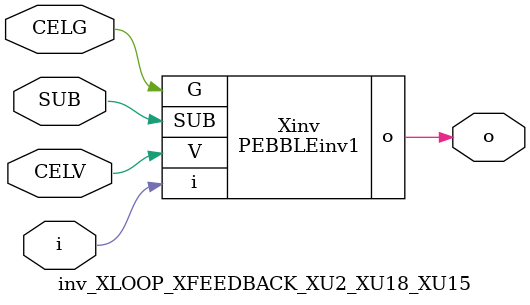
<source format=v>



module PEBBLEinv1 ( o, G, SUB, V, i );

  input V;
  input i;
  input G;
  output o;
  input SUB;
endmodule

//Celera Confidential Do Not Copy inv_XLOOP_XFEEDBACK_XU2_XU18_XU15
//Celera Confidential Symbol Generator
//5V Inverter
module inv_XLOOP_XFEEDBACK_XU2_XU18_XU15 (CELV,CELG,i,o,SUB);
input CELV;
input CELG;
input i;
input SUB;
output o;

//Celera Confidential Do Not Copy inv
PEBBLEinv1 Xinv(
.V (CELV),
.i (i),
.o (o),
.SUB (SUB),
.G (CELG)
);
//,diesize,PEBBLEinv1

//Celera Confidential Do Not Copy Module End
//Celera Schematic Generator
endmodule

</source>
